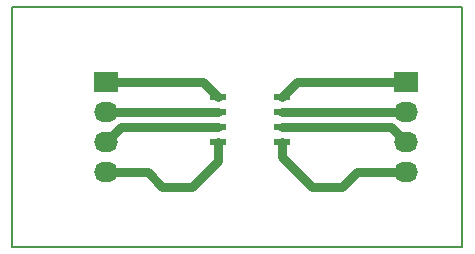
<source format=gm1>
%TF.GenerationSoftware,KiCad,Pcbnew,(7.0.0)*%
%TF.CreationDate,2024-01-25T20:38:07-05:00*%
%TF.ProjectId,LPF-Eval-Board,4c50462d-4576-4616-9c2d-426f6172642e,rev?*%
%TF.SameCoordinates,Original*%
%TF.FileFunction,Profile,NP*%
%FSLAX46Y46*%
G04 Gerber Fmt 4.6, Leading zero omitted, Abs format (unit mm)*
G04 Created by KiCad (PCBNEW (7.0.0)) date 2024-01-25 20:38:07*
%MOMM*%
%LPD*%
G01*
G04 APERTURE LIST*
%TA.AperFunction,Profile*%
%ADD10C,0.200000*%
%TD*%
%TA.AperFunction,ComponentPad*%
%ADD11R,2.030000X1.730000*%
%TD*%
%TA.AperFunction,ComponentPad*%
%ADD12O,2.030000X1.730000*%
%TD*%
%TA.AperFunction,SMDPad,CuDef*%
%ADD13R,1.460500X0.533400*%
%TD*%
%TA.AperFunction,Conductor*%
%ADD14C,0.762000*%
%TD*%
%TA.AperFunction,Conductor*%
%ADD15C,0.000000*%
%TD*%
G04 APERTURE END LIST*
D10*
X129540000Y-71120000D02*
X167640000Y-71120000D01*
X167640000Y-71120000D02*
X167640000Y-91440000D01*
X167640000Y-91440000D02*
X129540000Y-91440000D01*
X129540000Y-91440000D02*
X129540000Y-71120000D01*
D11*
%TO.P,REF\u002A\u002A,1*%
%TO.N,N/C*%
X137459999Y-77479999D03*
D12*
%TO.P,REF\u002A\u002A,2*%
X137459999Y-80019999D03*
%TO.P,REF\u002A\u002A,3*%
X137459999Y-82559999D03*
%TO.P,REF\u002A\u002A,4*%
X137459999Y-85099999D03*
%TD*%
D11*
%TO.P,REF\u002A\u002A,1*%
%TO.N,N/C*%
X162859999Y-77479999D03*
D12*
%TO.P,REF\u002A\u002A,2*%
X162859999Y-80019999D03*
%TO.P,REF\u002A\u002A,3*%
X162859999Y-82559999D03*
%TO.P,REF\u002A\u002A,4*%
X162859999Y-85099999D03*
%TD*%
D13*
%TO.P,REF\u002A\u002A,1*%
%TO.N,N/C*%
X146951699Y-78739999D03*
%TO.P,REF\u002A\u002A,2*%
X146951699Y-80009999D03*
%TO.P,REF\u002A\u002A,3*%
X146951699Y-81279999D03*
%TO.P,REF\u002A\u002A,4*%
X146951699Y-82549999D03*
%TO.P,REF\u002A\u002A,5*%
X152399999Y-82549999D03*
%TO.P,REF\u002A\u002A,6*%
X152399999Y-81279999D03*
%TO.P,REF\u002A\u002A,7*%
X152399999Y-80009999D03*
%TO.P,REF\u002A\u002A,8*%
X152399999Y-78739999D03*
%TD*%
D14*
%TO.N,*%
X146951700Y-81280000D02*
X138740000Y-81280000D01*
X145691700Y-77480000D02*
X146951700Y-78740000D01*
X152400000Y-80010000D02*
X162850000Y-80010000D01*
X154940000Y-86360000D02*
X157480000Y-86360000D01*
X140980000Y-85100000D02*
X137460000Y-85100000D01*
X146951700Y-84188300D02*
X144780000Y-86360000D01*
X161580000Y-81280000D02*
X162860000Y-82560000D01*
X157480000Y-86360000D02*
X158740000Y-85100000D01*
X137470000Y-80010000D02*
X137460000Y-80020000D01*
X137460000Y-77480000D02*
X145691700Y-77480000D01*
X144780000Y-86360000D02*
X142240000Y-86360000D01*
D15*
X145738850Y-81026000D02*
X146119850Y-81407000D01*
D14*
X146951700Y-82550000D02*
X146951700Y-84188300D01*
X153660000Y-77480000D02*
X152400000Y-78740000D01*
X152400000Y-82550000D02*
X152400000Y-83820000D01*
X152400000Y-83820000D02*
X154940000Y-86360000D01*
X158740000Y-85100000D02*
X162860000Y-85100000D01*
X146951700Y-80010000D02*
X137470000Y-80010000D01*
X138740000Y-81280000D02*
X137460000Y-82560000D01*
X162860000Y-77480000D02*
X153660000Y-77480000D01*
X162850000Y-80010000D02*
X162860000Y-80020000D01*
X152400000Y-81280000D02*
X161580000Y-81280000D01*
X142240000Y-86360000D02*
X140980000Y-85100000D01*
%TD*%
M02*

</source>
